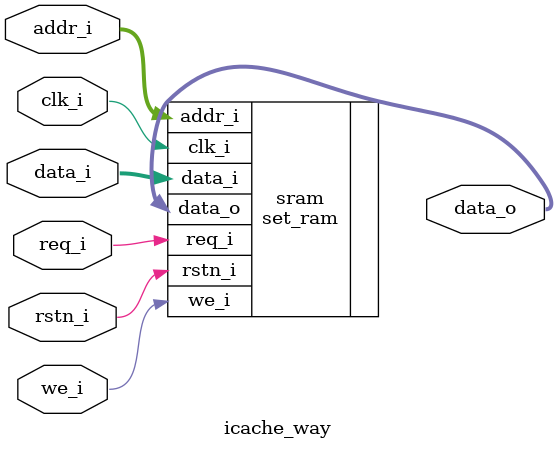
<source format=v>
module icache_way (
	clk_i,
	rstn_i,
	req_i,
	we_i,
	data_i,
	addr_i,
	data_o
);
	input wire clk_i;
	input wire rstn_i;
	input wire req_i;
	input wire we_i;
	localparam [31:0] drac_icache_pkg_WORD_SIZE = 64;
	localparam [31:0] drac_icache_pkg_SET_WIDHT = 128;
	input wire [127:0] data_i;
	localparam [31:0] drac_icache_pkg_ICACHE_DEPTH = 256;
	localparam [31:0] drac_icache_pkg_ADDR_WIDHT = 8;
	input wire [7:0] addr_i;
	output wire [127:0] data_o;
	set_ram sram(
		.clk_i(clk_i),
		.rstn_i(rstn_i),
		.req_i(req_i),
		.we_i(we_i),
		.addr_i(addr_i),
		.data_i(data_i),
		.data_o(data_o)
	);
endmodule
</source>
